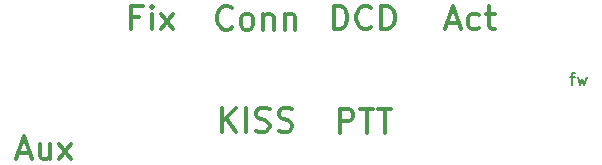
<source format=gbr>
%TF.GenerationSoftware,KiCad,Pcbnew,7.0.5*%
%TF.CreationDate,2023-07-30T13:58:33+02:00*%
%TF.ProjectId,Teensy_TNC_Fronten_front,5465656e-7379-45f5-944e-435f46726f6e,rev?*%
%TF.SameCoordinates,Original*%
%TF.FileFunction,Legend,Top*%
%TF.FilePolarity,Positive*%
%FSLAX46Y46*%
G04 Gerber Fmt 4.6, Leading zero omitted, Abs format (unit mm)*
G04 Created by KiCad (PCBNEW 7.0.5) date 2023-07-30 13:58:33*
%MOMM*%
%LPD*%
G01*
G04 APERTURE LIST*
%ADD10C,0.150000*%
%ADD11C,0.300000*%
%ADD12C,3.200000*%
%ADD13C,3.000000*%
%ADD14C,5.000000*%
%ADD15C,1.500000*%
G04 APERTURE END LIST*
D10*
X57285714Y9321848D02*
X57666666Y9321848D01*
X57428571Y8655181D02*
X57428571Y9512324D01*
X57428571Y9512324D02*
X57476190Y9607562D01*
X57476190Y9607562D02*
X57571428Y9655181D01*
X57571428Y9655181D02*
X57666666Y9655181D01*
X57904762Y9321848D02*
X58095238Y8655181D01*
X58095238Y8655181D02*
X58285714Y9131372D01*
X58285714Y9131372D02*
X58476190Y8655181D01*
X58476190Y8655181D02*
X58666666Y9321848D01*
D11*
X10559523Y2911791D02*
X11511904Y2911791D01*
X10369047Y2340362D02*
X11035713Y4340362D01*
X11035713Y4340362D02*
X11702380Y2340362D01*
X13226190Y3673696D02*
X13226190Y2340362D01*
X12369047Y3673696D02*
X12369047Y2626077D01*
X12369047Y2626077D02*
X12464285Y2435600D01*
X12464285Y2435600D02*
X12654761Y2340362D01*
X12654761Y2340362D02*
X12940476Y2340362D01*
X12940476Y2340362D02*
X13130952Y2435600D01*
X13130952Y2435600D02*
X13226190Y2530839D01*
X13988095Y2340362D02*
X15035714Y3673696D01*
X13988095Y3673696D02*
X15035714Y2340362D01*
X27829238Y4678362D02*
X27829238Y6678362D01*
X28972095Y4678362D02*
X28114952Y5821220D01*
X28972095Y6678362D02*
X27829238Y5535505D01*
X29829238Y4678362D02*
X29829238Y6678362D01*
X30686381Y4773600D02*
X30972095Y4678362D01*
X30972095Y4678362D02*
X31448286Y4678362D01*
X31448286Y4678362D02*
X31638762Y4773600D01*
X31638762Y4773600D02*
X31734000Y4868839D01*
X31734000Y4868839D02*
X31829238Y5059315D01*
X31829238Y5059315D02*
X31829238Y5249791D01*
X31829238Y5249791D02*
X31734000Y5440267D01*
X31734000Y5440267D02*
X31638762Y5535505D01*
X31638762Y5535505D02*
X31448286Y5630743D01*
X31448286Y5630743D02*
X31067333Y5725981D01*
X31067333Y5725981D02*
X30876857Y5821220D01*
X30876857Y5821220D02*
X30781619Y5916458D01*
X30781619Y5916458D02*
X30686381Y6106934D01*
X30686381Y6106934D02*
X30686381Y6297410D01*
X30686381Y6297410D02*
X30781619Y6487886D01*
X30781619Y6487886D02*
X30876857Y6583124D01*
X30876857Y6583124D02*
X31067333Y6678362D01*
X31067333Y6678362D02*
X31543524Y6678362D01*
X31543524Y6678362D02*
X31829238Y6583124D01*
X32591143Y4773600D02*
X32876857Y4678362D01*
X32876857Y4678362D02*
X33353048Y4678362D01*
X33353048Y4678362D02*
X33543524Y4773600D01*
X33543524Y4773600D02*
X33638762Y4868839D01*
X33638762Y4868839D02*
X33734000Y5059315D01*
X33734000Y5059315D02*
X33734000Y5249791D01*
X33734000Y5249791D02*
X33638762Y5440267D01*
X33638762Y5440267D02*
X33543524Y5535505D01*
X33543524Y5535505D02*
X33353048Y5630743D01*
X33353048Y5630743D02*
X32972095Y5725981D01*
X32972095Y5725981D02*
X32781619Y5821220D01*
X32781619Y5821220D02*
X32686381Y5916458D01*
X32686381Y5916458D02*
X32591143Y6106934D01*
X32591143Y6106934D02*
X32591143Y6297410D01*
X32591143Y6297410D02*
X32686381Y6487886D01*
X32686381Y6487886D02*
X32781619Y6583124D01*
X32781619Y6583124D02*
X32972095Y6678362D01*
X32972095Y6678362D02*
X33448286Y6678362D01*
X33448286Y6678362D02*
X33734000Y6583124D01*
X46895238Y13911791D02*
X47847619Y13911791D01*
X46704762Y13340362D02*
X47371428Y15340362D01*
X47371428Y15340362D02*
X48038095Y13340362D01*
X49561905Y13435600D02*
X49371429Y13340362D01*
X49371429Y13340362D02*
X48990476Y13340362D01*
X48990476Y13340362D02*
X48800000Y13435600D01*
X48800000Y13435600D02*
X48704762Y13530839D01*
X48704762Y13530839D02*
X48609524Y13721315D01*
X48609524Y13721315D02*
X48609524Y14292743D01*
X48609524Y14292743D02*
X48704762Y14483220D01*
X48704762Y14483220D02*
X48800000Y14578458D01*
X48800000Y14578458D02*
X48990476Y14673696D01*
X48990476Y14673696D02*
X49371429Y14673696D01*
X49371429Y14673696D02*
X49561905Y14578458D01*
X50133334Y14673696D02*
X50895238Y14673696D01*
X50419048Y15340362D02*
X50419048Y13626077D01*
X50419048Y13626077D02*
X50514286Y13435600D01*
X50514286Y13435600D02*
X50704762Y13340362D01*
X50704762Y13340362D02*
X50895238Y13340362D01*
X37752380Y4590362D02*
X37752380Y6590362D01*
X37752380Y6590362D02*
X38514285Y6590362D01*
X38514285Y6590362D02*
X38704761Y6495124D01*
X38704761Y6495124D02*
X38799999Y6399886D01*
X38799999Y6399886D02*
X38895237Y6209410D01*
X38895237Y6209410D02*
X38895237Y5923696D01*
X38895237Y5923696D02*
X38799999Y5733220D01*
X38799999Y5733220D02*
X38704761Y5637981D01*
X38704761Y5637981D02*
X38514285Y5542743D01*
X38514285Y5542743D02*
X37752380Y5542743D01*
X39466666Y6590362D02*
X40609523Y6590362D01*
X40038094Y4590362D02*
X40038094Y6590362D01*
X40990476Y6590362D02*
X42133333Y6590362D01*
X41561904Y4590362D02*
X41561904Y6590362D01*
X37276190Y13340362D02*
X37276190Y15340362D01*
X37276190Y15340362D02*
X37752380Y15340362D01*
X37752380Y15340362D02*
X38038095Y15245124D01*
X38038095Y15245124D02*
X38228571Y15054648D01*
X38228571Y15054648D02*
X38323809Y14864172D01*
X38323809Y14864172D02*
X38419047Y14483220D01*
X38419047Y14483220D02*
X38419047Y14197505D01*
X38419047Y14197505D02*
X38323809Y13816553D01*
X38323809Y13816553D02*
X38228571Y13626077D01*
X38228571Y13626077D02*
X38038095Y13435600D01*
X38038095Y13435600D02*
X37752380Y13340362D01*
X37752380Y13340362D02*
X37276190Y13340362D01*
X40419047Y13530839D02*
X40323809Y13435600D01*
X40323809Y13435600D02*
X40038095Y13340362D01*
X40038095Y13340362D02*
X39847619Y13340362D01*
X39847619Y13340362D02*
X39561904Y13435600D01*
X39561904Y13435600D02*
X39371428Y13626077D01*
X39371428Y13626077D02*
X39276190Y13816553D01*
X39276190Y13816553D02*
X39180952Y14197505D01*
X39180952Y14197505D02*
X39180952Y14483220D01*
X39180952Y14483220D02*
X39276190Y14864172D01*
X39276190Y14864172D02*
X39371428Y15054648D01*
X39371428Y15054648D02*
X39561904Y15245124D01*
X39561904Y15245124D02*
X39847619Y15340362D01*
X39847619Y15340362D02*
X40038095Y15340362D01*
X40038095Y15340362D02*
X40323809Y15245124D01*
X40323809Y15245124D02*
X40419047Y15149886D01*
X41276190Y13340362D02*
X41276190Y15340362D01*
X41276190Y15340362D02*
X41752380Y15340362D01*
X41752380Y15340362D02*
X42038095Y15245124D01*
X42038095Y15245124D02*
X42228571Y15054648D01*
X42228571Y15054648D02*
X42323809Y14864172D01*
X42323809Y14864172D02*
X42419047Y14483220D01*
X42419047Y14483220D02*
X42419047Y14197505D01*
X42419047Y14197505D02*
X42323809Y13816553D01*
X42323809Y13816553D02*
X42228571Y13626077D01*
X42228571Y13626077D02*
X42038095Y13435600D01*
X42038095Y13435600D02*
X41752380Y13340362D01*
X41752380Y13340362D02*
X41276190Y13340362D01*
X20800000Y14387981D02*
X20133333Y14387981D01*
X20133333Y13340362D02*
X20133333Y15340362D01*
X20133333Y15340362D02*
X21085714Y15340362D01*
X21847619Y13340362D02*
X21847619Y14673696D01*
X21847619Y15340362D02*
X21752381Y15245124D01*
X21752381Y15245124D02*
X21847619Y15149886D01*
X21847619Y15149886D02*
X21942857Y15245124D01*
X21942857Y15245124D02*
X21847619Y15340362D01*
X21847619Y15340362D02*
X21847619Y15149886D01*
X22609524Y13340362D02*
X23657143Y14673696D01*
X22609524Y14673696D02*
X23657143Y13340362D01*
X28638761Y13504839D02*
X28543523Y13409600D01*
X28543523Y13409600D02*
X28257809Y13314362D01*
X28257809Y13314362D02*
X28067333Y13314362D01*
X28067333Y13314362D02*
X27781618Y13409600D01*
X27781618Y13409600D02*
X27591142Y13600077D01*
X27591142Y13600077D02*
X27495904Y13790553D01*
X27495904Y13790553D02*
X27400666Y14171505D01*
X27400666Y14171505D02*
X27400666Y14457220D01*
X27400666Y14457220D02*
X27495904Y14838172D01*
X27495904Y14838172D02*
X27591142Y15028648D01*
X27591142Y15028648D02*
X27781618Y15219124D01*
X27781618Y15219124D02*
X28067333Y15314362D01*
X28067333Y15314362D02*
X28257809Y15314362D01*
X28257809Y15314362D02*
X28543523Y15219124D01*
X28543523Y15219124D02*
X28638761Y15123886D01*
X29781618Y13314362D02*
X29591142Y13409600D01*
X29591142Y13409600D02*
X29495904Y13504839D01*
X29495904Y13504839D02*
X29400666Y13695315D01*
X29400666Y13695315D02*
X29400666Y14266743D01*
X29400666Y14266743D02*
X29495904Y14457220D01*
X29495904Y14457220D02*
X29591142Y14552458D01*
X29591142Y14552458D02*
X29781618Y14647696D01*
X29781618Y14647696D02*
X30067333Y14647696D01*
X30067333Y14647696D02*
X30257809Y14552458D01*
X30257809Y14552458D02*
X30353047Y14457220D01*
X30353047Y14457220D02*
X30448285Y14266743D01*
X30448285Y14266743D02*
X30448285Y13695315D01*
X30448285Y13695315D02*
X30353047Y13504839D01*
X30353047Y13504839D02*
X30257809Y13409600D01*
X30257809Y13409600D02*
X30067333Y13314362D01*
X30067333Y13314362D02*
X29781618Y13314362D01*
X31305428Y14647696D02*
X31305428Y13314362D01*
X31305428Y14457220D02*
X31400666Y14552458D01*
X31400666Y14552458D02*
X31591142Y14647696D01*
X31591142Y14647696D02*
X31876857Y14647696D01*
X31876857Y14647696D02*
X32067333Y14552458D01*
X32067333Y14552458D02*
X32162571Y14361981D01*
X32162571Y14361981D02*
X32162571Y13314362D01*
X33114952Y14647696D02*
X33114952Y13314362D01*
X33114952Y14457220D02*
X33210190Y14552458D01*
X33210190Y14552458D02*
X33400666Y14647696D01*
X33400666Y14647696D02*
X33686381Y14647696D01*
X33686381Y14647696D02*
X33876857Y14552458D01*
X33876857Y14552458D02*
X33972095Y14361981D01*
X33972095Y14361981D02*
X33972095Y13314362D01*
%LPC*%
D12*
%TO.C,REF\u002A\u002A*%
X4750000Y10000000D03*
%TD*%
D13*
%TO.C,REF\u002A\u002A*%
X39800000Y10000000D03*
%TD*%
D14*
%TO.C,REF\u002A\u002A*%
X12800000Y7610000D03*
%TD*%
D15*
%TO.C,REF\u002A\u002A*%
X55800000Y9110000D03*
%TD*%
D13*
%TO.C,REF\u002A\u002A*%
X30800000Y10000000D03*
%TD*%
%TO.C,REF\u002A\u002A*%
X21800000Y10000000D03*
%TD*%
%TO.C,REF\u002A\u002A*%
X48800000Y10000000D03*
%TD*%
D12*
%TO.C,REF\u002A\u002A*%
X64750000Y10000000D03*
%TD*%
%LPD*%
M02*

</source>
